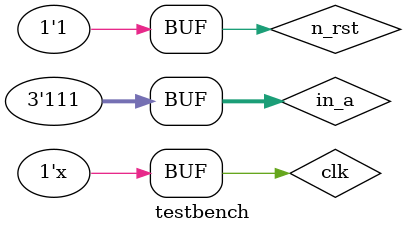
<source format=v>
`timescale 1ns/1ps
`define T_CLK 10

module testbench();

reg clk;
reg n_rst;
reg [2:0] in_a;
wire [2:0] out;

counter_gray dut(
    .clk(clk),
    .in_a(in_a),
    .n_rst(n_rst),
    .out(out)
);
/*
always #5 clk = ~clk;

initial begin
    clk = 0; n_rst = 0;
    #(`T_CLK *0.7) n_rst = 1;
    #(`T_CLK *10) $stop;
end
*/

always #5 clk = ~clk;

initial begin
    clk=0; n_rst = 0; in_a = 3'b000;
    #(`T_CLK *0.7) n_rst = 1; in_a = 3'b001;
    #(`T_CLK *0.7) in_a = 3'b010;
    #(`T_CLK *0.7) in_a = 3'b011;
    #(`T_CLK *0.7) in_a = 3'b100;
    #(`T_CLK *0.7) in_a = 3'b101;
    #(`T_CLK *0.7) in_a = 3'b110;
    #(`T_CLK *0.7) in_a = 3'b111;

end

endmodule
</source>
